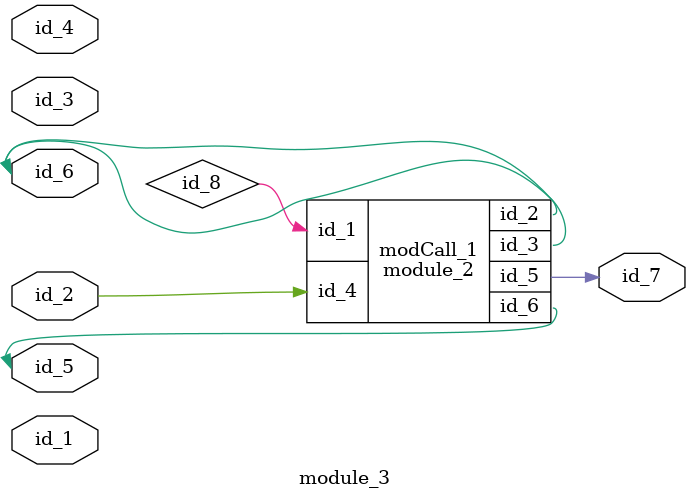
<source format=v>
module module_0;
  wire id_1;
  wire id_3;
  module_2 modCall_1 (
      id_3,
      id_1,
      id_1,
      id_3,
      id_3,
      id_1
  );
endmodule
module module_1 (
    id_1,
    id_2,
    id_3
);
  input wire id_3;
  output wire id_2;
  inout wire id_1;
  wire id_4;
  module_0 modCall_1 ();
endmodule
module module_2 (
    id_1,
    id_2,
    id_3,
    id_4,
    id_5,
    id_6
);
  output wire id_6;
  output wire id_5;
  input wire id_4;
  output wire id_3;
  inout wire id_2;
  input wire id_1;
endmodule
module module_3 (
    id_1,
    id_2,
    id_3,
    id_4,
    id_5,
    id_6,
    id_7
);
  output wire id_7;
  inout wire id_6;
  inout wire id_5;
  inout wire id_4;
  inout wire id_3;
  inout wire id_2;
  inout wire id_1;
  assign id_3[1] = id_5;
  wire id_8;
  assign id_1[1] = id_8;
  module_2 modCall_1 (
      id_8,
      id_6,
      id_6,
      id_2,
      id_7,
      id_5
  );
  wire id_9;
endmodule

</source>
